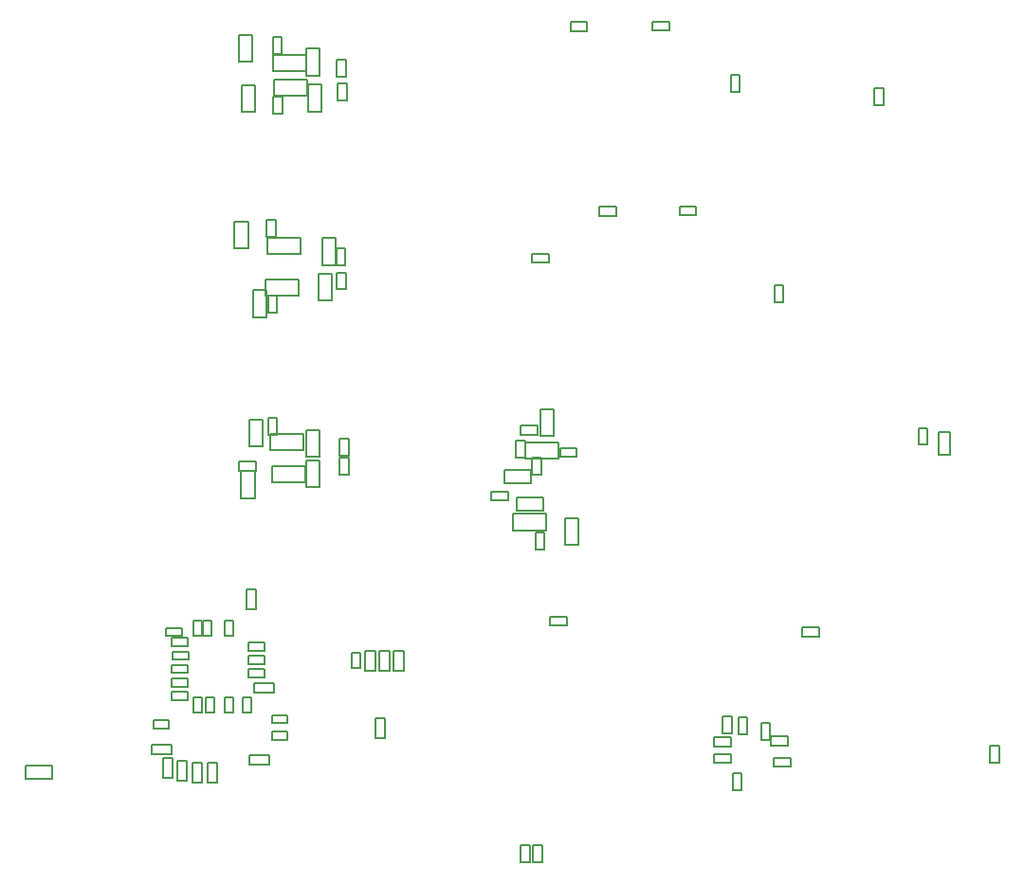
<source format=gbr>
G04*
G04 #@! TF.GenerationSoftware,Altium Limited,Altium Designer,24.9.1 (31)*
G04*
G04 Layer_Color=16711935*
%FSLAX25Y25*%
%MOIN*%
G70*
G04*
G04 #@! TF.SameCoordinates,8C3FED30-37FA-4A54-8C90-A1F039295453*
G04*
G04*
G04 #@! TF.FilePolarity,Positive*
G04*
G01*
G75*
%ADD12C,0.00787*%
D12*
X214583Y-233310D02*
X220536D01*
Y-230161D01*
X214583D02*
X220536D01*
X214583Y-233310D02*
Y-230161D01*
X218396Y-169646D02*
X224349D01*
X218396Y-172795D02*
Y-169646D01*
Y-172795D02*
X224349D01*
Y-169646D01*
X231937Y-88079D02*
X237890D01*
X231937Y-91229D02*
Y-88079D01*
Y-91229D02*
X237890D01*
Y-88079D01*
X260864Y-88040D02*
X266817D01*
X260864Y-91189D02*
Y-88040D01*
Y-91189D02*
X266817D01*
Y-88040D01*
X242187Y-153074D02*
X248141D01*
X242187Y-156223D02*
Y-153074D01*
Y-156223D02*
X248141D01*
Y-153074D01*
X270268Y-152930D02*
X276221D01*
X270268Y-156079D02*
Y-152930D01*
Y-156079D02*
X276221D01*
Y-152930D01*
X221718Y-247415D02*
Y-241461D01*
X218568D02*
X221718D01*
X218568Y-247415D02*
Y-241461D01*
Y-247415D02*
X221718D01*
X230180Y-262582D02*
X234904D01*
Y-272031D02*
Y-262582D01*
X230180Y-272031D02*
X234904D01*
X230180D02*
Y-262582D01*
X219657Y-267687D02*
X222807D01*
Y-273640D02*
Y-267687D01*
X219657Y-273640D02*
X222807D01*
X219657D02*
Y-267687D01*
X212951Y-260157D02*
Y-255432D01*
X222400D01*
Y-260157D02*
Y-255432D01*
X212951Y-260157D02*
X222400D01*
X210166Y-256467D02*
Y-253317D01*
X204212Y-256467D02*
X210166D01*
X204212D02*
Y-253317D01*
X210166D01*
X223481Y-266938D02*
Y-261197D01*
X211834Y-266938D02*
X223481D01*
X211834D02*
Y-261197D01*
X223481D01*
X208799Y-250433D02*
Y-245709D01*
X218248D01*
Y-250433D02*
Y-245709D01*
X208799Y-250433D02*
X218248D01*
X212826Y-241230D02*
X215976D01*
X212826D02*
Y-235276D01*
X215976D01*
Y-241230D02*
Y-235276D01*
X221355Y-233878D02*
X226080D01*
X221355D02*
Y-224429D01*
X226080D01*
Y-233878D02*
Y-224429D01*
X228294Y-241038D02*
Y-237888D01*
X234247D01*
Y-241038D02*
Y-237888D01*
X228294Y-241038D02*
X234247D01*
X216047Y-241748D02*
Y-236007D01*
X227694D01*
Y-241748D02*
Y-236007D01*
X216047Y-241748D02*
X227694D01*
X115378Y-102071D02*
X120103D01*
X115378D02*
Y-92622D01*
X120103D01*
Y-102071D02*
Y-92622D01*
X127414Y-99477D02*
X130564D01*
X127414D02*
Y-93524D01*
X130564D01*
Y-99477D02*
Y-93524D01*
X127458Y-105494D02*
Y-99753D01*
X139105D01*
Y-105494D02*
Y-99753D01*
X127458Y-105494D02*
X139105D01*
X139049Y-106993D02*
X143774D01*
X139049D02*
Y-97544D01*
X143774D01*
Y-106993D02*
Y-97544D01*
X149848Y-107411D02*
X152998D01*
X149848D02*
Y-101457D01*
X152998D01*
Y-107411D02*
Y-101457D01*
X116354Y-110338D02*
X121078D01*
Y-119787D02*
Y-110338D01*
X116354Y-119787D02*
X121078D01*
X116354D02*
Y-110338D01*
X127587Y-114519D02*
X130736D01*
Y-120472D02*
Y-114519D01*
X127587Y-120472D02*
X130736D01*
X127587D02*
Y-114519D01*
X127742Y-114157D02*
Y-108416D01*
X139388D01*
Y-114157D02*
Y-108416D01*
X127742Y-114157D02*
X139388D01*
X139850Y-110121D02*
X144574D01*
Y-119570D02*
Y-110121D01*
X139850Y-119570D02*
X144574D01*
X139850D02*
Y-110121D01*
X150203Y-109730D02*
X153353D01*
Y-115683D02*
Y-109730D01*
X150203Y-115683D02*
X153353D01*
X150203D02*
Y-109730D01*
X338919Y-117243D02*
X342068D01*
X338919D02*
Y-111290D01*
X342068D01*
Y-117243D02*
Y-111290D01*
X288414Y-112709D02*
X291563D01*
X288414D02*
Y-106756D01*
X291563D01*
Y-112709D02*
Y-106756D01*
X303681Y-186656D02*
X306830D01*
X303681D02*
Y-180702D01*
X306830D01*
Y-186656D02*
Y-180702D01*
X313501Y-304321D02*
Y-301171D01*
X319454D01*
Y-304321D02*
Y-301171D01*
X313501Y-304321D02*
X319454D01*
X357440Y-236835D02*
Y-230882D01*
X354290D02*
X357440D01*
X354290Y-236835D02*
Y-230882D01*
Y-236835D02*
X357440D01*
X361364Y-240521D02*
X365586D01*
X361364D02*
Y-232361D01*
X365586D01*
Y-240521D02*
Y-232361D01*
X120815Y-324178D02*
Y-320743D01*
X127793D01*
Y-324178D02*
Y-320743D01*
X120815Y-324178D02*
X127793D01*
X40395Y-354467D02*
Y-349743D01*
X49844D01*
Y-354467D02*
Y-349743D01*
X40395Y-354467D02*
X49844D01*
X169897Y-309272D02*
X173332D01*
Y-316250D02*
Y-309272D01*
X169897Y-316250D02*
X173332D01*
X169897D02*
Y-309272D01*
X163340Y-340169D02*
X166775D01*
X163340D02*
Y-333191D01*
X166775D01*
Y-340169D02*
Y-333191D01*
X158091Y-315516D02*
Y-310005D01*
X155139D02*
X158091D01*
X155139Y-315516D02*
Y-310005D01*
Y-315516D02*
X158091D01*
X159897Y-309272D02*
X163332D01*
Y-316250D02*
Y-309272D01*
X159897Y-316250D02*
X163332D01*
X159897D02*
Y-309272D01*
X164897Y-316250D02*
X168332D01*
X164897D02*
Y-309272D01*
X168332D01*
Y-316250D02*
Y-309272D01*
X91777Y-345665D02*
Y-342230D01*
X84799Y-345665D02*
X91777D01*
X84799D02*
Y-342230D01*
X91777D01*
X119035Y-345907D02*
X126013D01*
X119035Y-349342D02*
Y-345907D01*
Y-349342D02*
X126013D01*
Y-345907D01*
X107706Y-355704D02*
Y-348726D01*
X104271D02*
X107706D01*
X104271Y-355704D02*
Y-348726D01*
Y-355704D02*
X107706D01*
X126928Y-331918D02*
X132440D01*
X126928Y-334870D02*
Y-331918D01*
Y-334870D02*
X132440D01*
Y-331918D01*
X126929Y-337831D02*
X132440D01*
X126929Y-340783D02*
Y-337831D01*
Y-340783D02*
X132440D01*
Y-337831D01*
X116878Y-331161D02*
Y-325649D01*
Y-331161D02*
X119831D01*
Y-325649D01*
X116878D02*
X119831D01*
X110579Y-331161D02*
Y-325649D01*
Y-331161D02*
X113532D01*
Y-325649D01*
X110579D02*
X113532D01*
X103886Y-331161D02*
Y-325649D01*
Y-331161D02*
X106839D01*
Y-325649D01*
X103886D02*
X106839D01*
X99122Y-355704D02*
Y-348726D01*
Y-355704D02*
X102557D01*
Y-348726D01*
X99122D02*
X102557D01*
X93704Y-355042D02*
Y-348064D01*
Y-355042D02*
X97139D01*
Y-348064D01*
X93704D02*
X97139D01*
X88707Y-354012D02*
Y-347034D01*
Y-354012D02*
X92142D01*
Y-347034D01*
X88707D02*
X92142D01*
X99555Y-331161D02*
Y-325649D01*
Y-331161D02*
X102508D01*
Y-325649D01*
X99555D02*
X102508D01*
X91878Y-323681D02*
X97390D01*
X91878Y-326633D02*
Y-323681D01*
Y-326633D02*
X97390D01*
Y-323681D01*
X91878Y-318956D02*
X97390D01*
X91878Y-321909D02*
Y-318956D01*
Y-321909D02*
X97390D01*
Y-318956D01*
X85306Y-336654D02*
X90818D01*
Y-333701D01*
X85306D02*
X90818D01*
X85306Y-336654D02*
Y-333701D01*
X118704Y-318759D02*
Y-315807D01*
X124501D01*
Y-318759D02*
Y-315807D01*
X118704Y-318759D02*
X124501D01*
X118846Y-314035D02*
X124358D01*
Y-311082D01*
X118846D02*
X124358D01*
X118846Y-314035D02*
Y-311082D01*
Y-309311D02*
X124358D01*
Y-306358D01*
X118846D02*
X124358D01*
X118846Y-309311D02*
Y-306358D01*
X113532Y-304192D02*
Y-298681D01*
X110579D02*
X113532D01*
X110579Y-304192D02*
Y-298681D01*
Y-304192D02*
X113532D01*
X105658Y-304192D02*
Y-298681D01*
X102705D02*
X105658D01*
X102705Y-304192D02*
Y-298681D01*
Y-304192D02*
X105658D01*
X102508D02*
Y-298681D01*
X99555D02*
X102508D01*
X99555Y-304192D02*
Y-298681D01*
Y-304192D02*
X102508D01*
X118015Y-287702D02*
X121450D01*
Y-294680D02*
Y-287702D01*
X118015Y-294680D02*
X121450D01*
X118015D02*
Y-287702D01*
X92173Y-309588D02*
X97685D01*
X92173Y-312541D02*
Y-309588D01*
Y-312541D02*
X97685D01*
Y-309588D01*
X91878Y-314232D02*
X97390D01*
X91878Y-317184D02*
Y-314232D01*
Y-317184D02*
X97390D01*
Y-314232D01*
X91878Y-304783D02*
X97390D01*
X91878Y-307736D02*
Y-304783D01*
Y-307736D02*
X97390D01*
Y-304783D01*
X89846Y-301240D02*
X95358D01*
X89846Y-304192D02*
Y-301240D01*
Y-304192D02*
X95358D01*
Y-301240D01*
X124893Y-184305D02*
X136539D01*
Y-178564D01*
X124893D02*
X136539D01*
X124893Y-184305D02*
Y-178564D01*
X125748Y-190398D02*
Y-184444D01*
Y-190398D02*
X128897D01*
Y-184444D01*
X125748D02*
X128897D01*
X125284Y-169744D02*
X136931D01*
Y-164003D01*
X125284D02*
X136931D01*
X125284Y-169744D02*
Y-164003D01*
X128364Y-163659D02*
Y-157706D01*
X125214D02*
X128364D01*
X125214Y-163659D02*
Y-157706D01*
Y-163659D02*
X128364D01*
X118629Y-167687D02*
Y-158238D01*
X113905D02*
X118629D01*
X113905Y-167687D02*
Y-158238D01*
Y-167687D02*
X118629D01*
X139055Y-251875D02*
Y-242426D01*
Y-251875D02*
X143779D01*
Y-242426D01*
X139055D02*
X143779D01*
X150910Y-247338D02*
Y-241385D01*
Y-247338D02*
X154059D01*
Y-241385D01*
X150910D02*
X154059D01*
X150915Y-240580D02*
X154065D01*
X150915D02*
Y-234627D01*
X154065D01*
Y-240580D02*
Y-234627D01*
X139055Y-241043D02*
X143779D01*
X139055D02*
Y-231594D01*
X143779D01*
Y-241043D02*
Y-231594D01*
X149848Y-182197D02*
Y-176244D01*
Y-182197D02*
X152998D01*
Y-176244D01*
X149848D02*
X152998D01*
X152912Y-173664D02*
Y-167711D01*
X149762D02*
X152912D01*
X149762Y-173664D02*
Y-167711D01*
Y-173664D02*
X152912D01*
X144719Y-173608D02*
X149443D01*
X144719D02*
Y-164159D01*
X149443D01*
Y-173608D02*
Y-164159D01*
X126969Y-250056D02*
X138616D01*
Y-244315D01*
X126969D02*
X138616D01*
X126969Y-250056D02*
Y-244315D01*
X126414Y-238768D02*
Y-233027D01*
X138060D01*
Y-238768D02*
Y-233027D01*
X126414Y-238768D02*
X138060D01*
X143511Y-186110D02*
Y-176661D01*
Y-186110D02*
X148235D01*
Y-176661D01*
X143511D02*
X148235D01*
X116243Y-255602D02*
Y-246154D01*
Y-255602D02*
X120968D01*
Y-246154D01*
X116243D02*
X120968D01*
X128897Y-233363D02*
Y-227409D01*
X125748D02*
X128897D01*
X125748Y-233363D02*
Y-227409D01*
Y-233363D02*
X128897D01*
X120307Y-182464D02*
X125032D01*
Y-191913D02*
Y-182464D01*
X120307Y-191913D02*
X125032D01*
X120307D02*
Y-182464D01*
X119102Y-237473D02*
X123826D01*
X119102D02*
Y-228024D01*
X123826D01*
Y-237473D02*
Y-228024D01*
X298955Y-340639D02*
Y-334685D01*
Y-340639D02*
X302105D01*
Y-334685D01*
X298955D02*
X302105D01*
X217695Y-383577D02*
Y-377623D01*
X214545D02*
X217695D01*
X214545Y-383577D02*
Y-377623D01*
Y-383577D02*
X217695D01*
X289079Y-358443D02*
X292229D01*
X289079D02*
Y-352490D01*
X292229D01*
Y-358443D02*
Y-352490D01*
X308473Y-342671D02*
Y-339522D01*
X302520Y-342671D02*
X308473D01*
X302520D02*
Y-339522D01*
X308473D01*
X309456Y-350073D02*
Y-346923D01*
X303502Y-350073D02*
X309456D01*
X303502D02*
Y-346923D01*
X309456D01*
X282441Y-348851D02*
Y-345701D01*
X288394D01*
Y-348851D02*
Y-345701D01*
X282441Y-348851D02*
X288394D01*
X282441Y-342945D02*
Y-339795D01*
X288394D01*
Y-342945D02*
Y-339795D01*
X282441Y-342945D02*
X288394D01*
X285474Y-332505D02*
X288624D01*
Y-338459D02*
Y-332505D01*
X285474Y-338459D02*
X288624D01*
X285474D02*
Y-332505D01*
X291047Y-332609D02*
X294197D01*
Y-338563D02*
Y-332609D01*
X291047Y-338563D02*
X294197D01*
X291047D02*
Y-332609D01*
X379528Y-342850D02*
X382677D01*
Y-348803D02*
Y-342850D01*
X379528Y-348803D02*
X382677D01*
X379528D02*
Y-342850D01*
X218845Y-383577D02*
X221995D01*
X218845D02*
Y-377623D01*
X221995D01*
Y-383577D02*
Y-377623D01*
X230726Y-300527D02*
Y-297377D01*
X224773Y-300527D02*
X230726D01*
X224773D02*
Y-297377D01*
X230726D01*
X121331Y-246013D02*
Y-242863D01*
X115378Y-246013D02*
X121331D01*
X115378D02*
Y-242863D01*
X121331D01*
M02*

</source>
